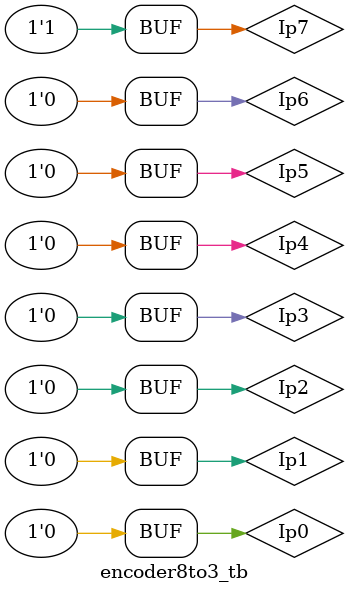
<source format=v>
module encoder8to3(Ip0,Ip1,Ip2,Ip3,Ip4,Ip5,Ip6,Ip7,a,b,c); 
     input Ip0,Ip1,Ip2,Ip3,Ip4,Ip5,Ip6,Ip7;
     output a,b,c;
     
       or(c,Ip7,Ip6,Ip5,Ip4);
       or(b,Ip7,Ip6,Ip3,Ip2);
       or(a,Ip7,Ip5,Ip3,Ip1);

endmodule

module encoder8to3_tb();
  reg Ip0,Ip1,Ip2,Ip3,Ip4,Ip5,Ip6,Ip7;
  wire Op0,Op1,Op2;
  encoder8to3 c(Ip0,Ip1,Ip2,Ip3,Ip4,Ip5,Ip6,Ip7,Op0,Op1,Op2);

 initial begin
    #0 Ip0 = 1; Ip1=0; Ip2=0; Ip3=0; Ip4=0; Ip5=0; Ip6=0; Ip7=0;
    #1 Ip0 = 0; Ip1=1; Ip2=0; Ip3=0; Ip4=0; Ip5=0; Ip6=0; Ip7=0;
    #2 Ip0 = 0; Ip1=0; Ip2=1; Ip3=0; Ip4=0; Ip5=0; Ip6=0; Ip7=0;
    #3 Ip0 = 0; Ip1=0; Ip2=0; Ip3=1; Ip4=0; Ip5=0; Ip6=0; Ip7=0;
    #4 Ip0 = 0; Ip1=0; Ip2=0; Ip3=0; Ip4=1; Ip5=0; Ip6=0; Ip7=0;
    #5 Ip0 = 0; Ip1=0; Ip2=0; Ip3=0; Ip4=0; Ip5=1; Ip6=0; Ip7=0;
    #6 Ip0 = 0; Ip1=0; Ip2=0; Ip3=0; Ip4=0; Ip5=0; Ip6=1; Ip7=0;
    #7 Ip0 = 0; Ip1=0; Ip2=0; Ip3=0; Ip4=0; Ip5=0; Ip6=0; Ip7=1;
  end  
      
  initial begin
      $display("Input : 0|1|2|3|4|5|6|7 ----> Output : 0|1|2");
      $display("----------------------------------------------");
      $monitor("Input : %b|%b|%b|%b|%b|%b|%b|%b ----> Output : %b|%b|%b",Ip0,Ip1,Ip2,Ip3,Ip4,Ip5,Ip6,Ip7,Op0,Op1,Op2);
      $dumpfile("8x3encoder.vcd");
      $dumpvars(0,encoder8to3_tb);
  end
endmodule

</source>
